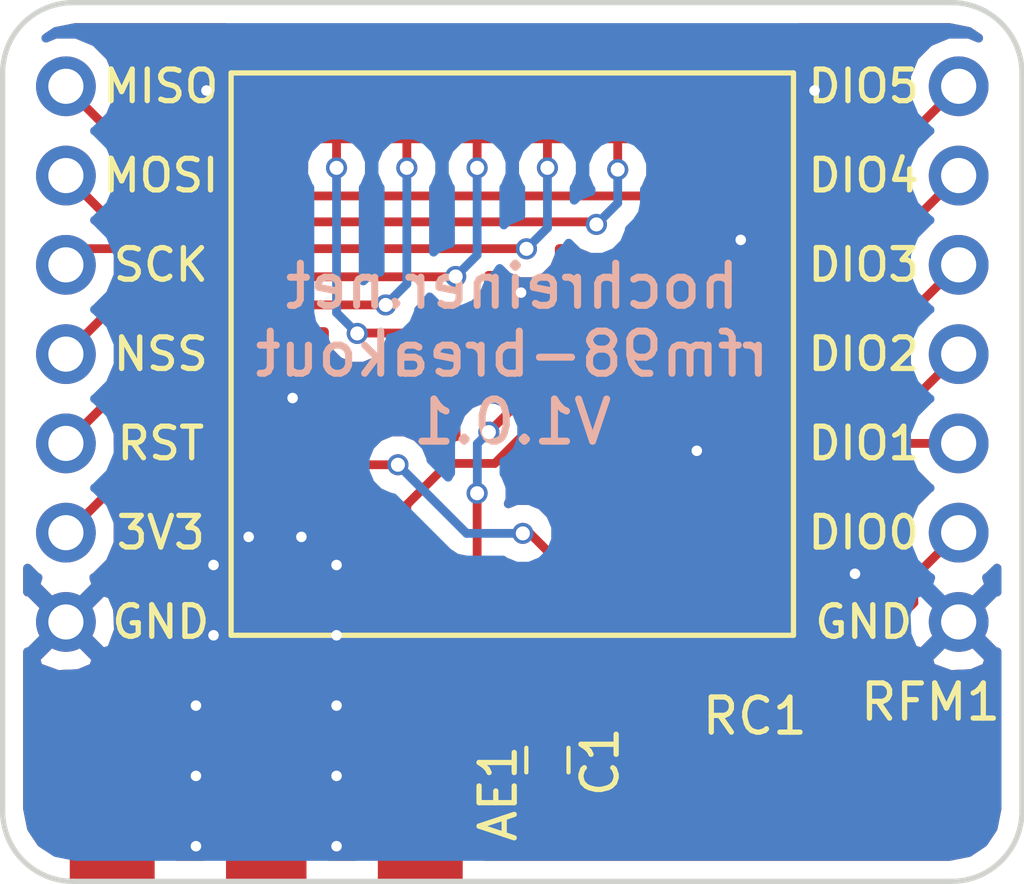
<source format=kicad_pcb>
(kicad_pcb (version 4) (host pcbnew 4.0.6)

  (general
    (links 35)
    (no_connects 0)
    (area 133.924999 94.924999 163.075001 120.075001)
    (thickness 1.6)
    (drawings 9)
    (tracks 90)
    (zones 0)
    (modules 23)
    (nets 15)
  )

  (page A4)
  (layers
    (0 F.Cu signal)
    (31 B.Cu signal)
    (32 B.Adhes user)
    (33 F.Adhes user)
    (34 B.Paste user)
    (35 F.Paste user)
    (36 B.SilkS user)
    (37 F.SilkS user)
    (38 B.Mask user)
    (39 F.Mask user)
    (40 Dwgs.User user hide)
    (41 Cmts.User user hide)
    (42 Eco1.User user hide)
    (43 Eco2.User user hide)
    (44 Edge.Cuts user)
    (45 Margin user)
    (46 B.CrtYd user)
    (47 F.CrtYd user)
    (48 B.Fab user hide)
    (49 F.Fab user hide)
  )

  (setup
    (last_trace_width 0.25)
    (trace_clearance 0.3)
    (zone_clearance 0.508)
    (zone_45_only no)
    (trace_min 0.1)
    (segment_width 0.2)
    (edge_width 0.15)
    (via_size 0.6)
    (via_drill 0.4)
    (via_min_size 0.45)
    (via_min_drill 0.2)
    (uvia_size 0.3)
    (uvia_drill 0.1)
    (uvias_allowed no)
    (uvia_min_size 0.2)
    (uvia_min_drill 0.1)
    (pcb_text_width 0.3)
    (pcb_text_size 1.5 1.5)
    (mod_edge_width 0.15)
    (mod_text_size 1 1)
    (mod_text_width 0.15)
    (pad_size 0.6 0.6)
    (pad_drill 0.3)
    (pad_to_mask_clearance 0.2)
    (aux_axis_origin 0 0)
    (visible_elements FFFFFF7F)
    (pcbplotparams
      (layerselection 0x00030_80000001)
      (usegerberextensions false)
      (excludeedgelayer true)
      (linewidth 0.100000)
      (plotframeref false)
      (viasonmask false)
      (mode 1)
      (useauxorigin false)
      (hpglpennumber 1)
      (hpglpenspeed 20)
      (hpglpendiameter 15)
      (hpglpenoverlay 2)
      (psnegative false)
      (psa4output false)
      (plotreference true)
      (plotvalue true)
      (plotinvisibletext false)
      (padsonsilk false)
      (subtractmaskfromsilk false)
      (outputformat 1)
      (mirror false)
      (drillshape 1)
      (scaleselection 1)
      (outputdirectory ""))
  )

  (net 0 "")
  (net 1 GND)
  (net 2 "Net-(AE1-Pad1)")
  (net 3 "Net-(C1-Pad1)")
  (net 4 "Net-(RC1-Pad1)")
  (net 5 "Net-(RC1-Pad2)")
  (net 6 "Net-(RC1-Pad3)")
  (net 7 "Net-(RC1-Pad4)")
  (net 8 "Net-(RC1-Pad5)")
  (net 9 "Net-(RC1-Pad8)")
  (net 10 "Net-(RC1-Pad9)")
  (net 11 "Net-(RC1-Pad10)")
  (net 12 "Net-(RC1-Pad11)")
  (net 13 "Net-(RC1-Pad12)")
  (net 14 "Net-(RC1-Pad13)")

  (net_class Default "This is the default net class."
    (clearance 0.3)
    (trace_width 0.25)
    (via_dia 0.6)
    (via_drill 0.4)
    (uvia_dia 0.3)
    (uvia_drill 0.1)
    (add_net GND)
    (add_net "Net-(C1-Pad1)")
    (add_net "Net-(RC1-Pad1)")
    (add_net "Net-(RC1-Pad10)")
    (add_net "Net-(RC1-Pad11)")
    (add_net "Net-(RC1-Pad12)")
    (add_net "Net-(RC1-Pad13)")
    (add_net "Net-(RC1-Pad2)")
    (add_net "Net-(RC1-Pad3)")
    (add_net "Net-(RC1-Pad4)")
    (add_net "Net-(RC1-Pad5)")
    (add_net "Net-(RC1-Pad8)")
    (add_net "Net-(RC1-Pad9)")
  )

  (net_class ANT ""
    (clearance 0.3)
    (trace_width 2)
    (via_dia 0.6)
    (via_drill 0.4)
    (uvia_dia 0.3)
    (uvia_drill 0.1)
    (add_net "Net-(AE1-Pad1)")
  )

  (module utils:STITCHING_VIA (layer F.Cu) (tedit 59BEB6D3) (tstamp 59C0190C)
    (at 158.25 111.25)
    (fp_text reference REF** (at 0 2.54) (layer F.SilkS) hide
      (effects (font (size 1 1) (thickness 0.15)))
    )
    (fp_text value STITCHING_VIA (at 0 -2.54) (layer F.Fab) hide
      (effects (font (size 1 1) (thickness 0.15)))
    )
    (pad 1 thru_hole circle (at 0 0) (size 0.6 0.6) (drill 0.3) (layers *.Cu)
      (net 1 GND) (zone_connect 2))
  )

  (module utils:STITCHING_VIA (layer F.Cu) (tedit 59BEB6D3) (tstamp 59C018B7)
    (at 148.75 103.25)
    (fp_text reference REF** (at 0 2.54) (layer F.SilkS) hide
      (effects (font (size 1 1) (thickness 0.15)))
    )
    (fp_text value STITCHING_VIA (at 0 -2.54) (layer F.Fab) hide
      (effects (font (size 1 1) (thickness 0.15)))
    )
    (pad 1 thru_hole circle (at 0 0) (size 0.6 0.6) (drill 0.3) (layers *.Cu)
      (net 1 GND) (zone_connect 2))
  )

  (module utils:STITCHING_VIA (layer F.Cu) (tedit 59BEB6D3) (tstamp 59C018B3)
    (at 153.75 107.75)
    (fp_text reference REF** (at 0 2.54) (layer F.SilkS) hide
      (effects (font (size 1 1) (thickness 0.15)))
    )
    (fp_text value STITCHING_VIA (at 0 -2.54) (layer F.Fab) hide
      (effects (font (size 1 1) (thickness 0.15)))
    )
    (pad 1 thru_hole circle (at 0 0) (size 0.6 0.6) (drill 0.3) (layers *.Cu)
      (net 1 GND) (zone_connect 2))
  )

  (module utils:STITCHING_VIA (layer F.Cu) (tedit 59BEB6D3) (tstamp 59C018AF)
    (at 155 101.75)
    (fp_text reference REF** (at 0 2.54) (layer F.SilkS) hide
      (effects (font (size 1 1) (thickness 0.15)))
    )
    (fp_text value STITCHING_VIA (at 0 -2.54) (layer F.Fab) hide
      (effects (font (size 1 1) (thickness 0.15)))
    )
    (pad 1 thru_hole circle (at 0 0) (size 0.6 0.6) (drill 0.3) (layers *.Cu)
      (net 1 GND) (zone_connect 2))
  )

  (module utils:STITCHING_VIA (layer F.Cu) (tedit 59BEB6D3) (tstamp 59C018A7)
    (at 142.25 106.25)
    (fp_text reference REF** (at 0 2.54) (layer F.SilkS) hide
      (effects (font (size 1 1) (thickness 0.15)))
    )
    (fp_text value STITCHING_VIA (at 0 -2.54) (layer F.Fab) hide
      (effects (font (size 1 1) (thickness 0.15)))
    )
    (pad 1 thru_hole circle (at 0 0) (size 0.6 0.6) (drill 0.3) (layers *.Cu)
      (net 1 GND) (zone_connect 2))
  )

  (module utils:STITCHING_VIA (layer F.Cu) (tedit 59BEB6D3) (tstamp 59C0188A)
    (at 143.5 111)
    (fp_text reference REF** (at 0 2.54) (layer F.SilkS) hide
      (effects (font (size 1 1) (thickness 0.15)))
    )
    (fp_text value STITCHING_VIA (at 0 -2.54) (layer F.Fab) hide
      (effects (font (size 1 1) (thickness 0.15)))
    )
    (pad 1 thru_hole circle (at 0 0) (size 0.6 0.6) (drill 0.3) (layers *.Cu)
      (net 1 GND) (zone_connect 2))
  )

  (module utils:STITCHING_VIA (layer F.Cu) (tedit 59BEB6D3) (tstamp 59C01886)
    (at 143.5 113)
    (fp_text reference REF** (at 0 2.54) (layer F.SilkS) hide
      (effects (font (size 1 1) (thickness 0.15)))
    )
    (fp_text value STITCHING_VIA (at 0 -2.54) (layer F.Fab) hide
      (effects (font (size 1 1) (thickness 0.15)))
    )
    (pad 1 thru_hole circle (at 0 0) (size 0.6 0.6) (drill 0.3) (layers *.Cu)
      (net 1 GND) (zone_connect 2))
  )

  (module RFM98_CON (layer F.Cu) (tedit 59C016C5) (tstamp 59BAD69D)
    (at 148.5 105)
    (path /59BAD13F)
    (fp_text reference RC1 (at 6.9 10.3 180) (layer F.SilkS)
      (effects (font (size 1 1) (thickness 0.15)))
    )
    (fp_text value RFM_CONNECTOR (at 0 0) (layer F.Fab)
      (effects (font (size 1 1) (thickness 0.15)))
    )
    (fp_text user MISO (at -10 -7.62) (layer F.SilkS)
      (effects (font (size 0.9 0.9) (thickness 0.15)))
    )
    (fp_text user MOSI (at -10 -5.08) (layer F.SilkS)
      (effects (font (size 0.9 0.9) (thickness 0.15)))
    )
    (fp_text user SCK (at -10 -2.54) (layer F.SilkS)
      (effects (font (size 0.9 0.9) (thickness 0.15)))
    )
    (fp_text user NSS (at -10 0) (layer F.SilkS)
      (effects (font (size 0.9 0.9) (thickness 0.15)))
    )
    (fp_text user RST (at -10 2.54) (layer F.SilkS)
      (effects (font (size 0.9 0.9) (thickness 0.15)))
    )
    (fp_text user 3V3 (at -10 5.08) (layer F.SilkS)
      (effects (font (size 0.9 0.9) (thickness 0.15)))
    )
    (fp_text user GND (at -10 7.62) (layer F.SilkS)
      (effects (font (size 0.9 0.9) (thickness 0.15)))
    )
    (fp_text user GND (at 10 7.62) (layer F.SilkS)
      (effects (font (size 0.9 0.9) (thickness 0.15)))
    )
    (fp_text user DIO0 (at 10 5.08) (layer F.SilkS)
      (effects (font (size 0.9 0.9) (thickness 0.15)))
    )
    (fp_text user DIO1 (at 10 2.54) (layer F.SilkS)
      (effects (font (size 0.9 0.9) (thickness 0.15)))
    )
    (fp_text user DIO2 (at 10 0) (layer F.SilkS)
      (effects (font (size 0.9 0.9) (thickness 0.15)))
    )
    (fp_text user DIO3 (at 10 -2.54) (layer F.SilkS)
      (effects (font (size 0.9 0.9) (thickness 0.15)))
    )
    (fp_text user DIO4 (at 10 -5.08) (layer F.SilkS)
      (effects (font (size 0.9 0.9) (thickness 0.15)))
    )
    (fp_text user DIO5 (at 10 -7.62) (layer F.SilkS)
      (effects (font (size 0.9 0.9) (thickness 0.15)))
    )
    (pad 1 thru_hole circle (at -12.7 -7.62) (size 1.7 1.7) (drill 1) (layers *.Cu *.Mask)
      (net 4 "Net-(RC1-Pad1)"))
    (pad 2 thru_hole circle (at -12.7 -5.08) (size 1.7 1.7) (drill 1) (layers *.Cu *.Mask)
      (net 5 "Net-(RC1-Pad2)"))
    (pad 3 thru_hole circle (at -12.7 -2.54) (size 1.7 1.7) (drill 1) (layers *.Cu *.Mask)
      (net 6 "Net-(RC1-Pad3)"))
    (pad 4 thru_hole circle (at -12.7 0) (size 1.7 1.7) (drill 1) (layers *.Cu *.Mask)
      (net 7 "Net-(RC1-Pad4)"))
    (pad 5 thru_hole circle (at -12.7 2.54) (size 1.7 1.7) (drill 1) (layers *.Cu *.Mask)
      (net 8 "Net-(RC1-Pad5)"))
    (pad 6 thru_hole circle (at -12.7 5.08) (size 1.7 1.7) (drill 1) (layers *.Cu *.Mask)
      (net 3 "Net-(C1-Pad1)"))
    (pad 7 thru_hole circle (at -12.7 7.62) (size 1.7 1.7) (drill 1) (layers *.Cu *.Mask)
      (net 1 GND))
    (pad 7 thru_hole circle (at 12.7 7.62) (size 1.7 1.7) (drill 1) (layers *.Cu *.Mask)
      (net 1 GND))
    (pad 8 thru_hole circle (at 12.7 5.08) (size 1.7 1.7) (drill 1) (layers *.Cu *.Mask)
      (net 9 "Net-(RC1-Pad8)"))
    (pad 9 thru_hole circle (at 12.7 2.54) (size 1.7 1.7) (drill 1) (layers *.Cu *.Mask)
      (net 10 "Net-(RC1-Pad9)"))
    (pad 10 thru_hole circle (at 12.7 0) (size 1.7 1.7) (drill 1) (layers *.Cu *.Mask)
      (net 11 "Net-(RC1-Pad10)"))
    (pad 11 thru_hole circle (at 12.7 -2.54) (size 1.7 1.7) (drill 1) (layers *.Cu *.Mask)
      (net 12 "Net-(RC1-Pad11)"))
    (pad 12 thru_hole circle (at 12.7 -5.08) (size 1.7 1.7) (drill 1) (layers *.Cu *.Mask)
      (net 13 "Net-(RC1-Pad12)"))
    (pad 13 thru_hole circle (at 12.7 -7.62) (size 1.7 1.7) (drill 1) (layers *.Cu *.Mask)
      (net 14 "Net-(RC1-Pad13)"))
  )

  (module utils:STITCHING_VIA (layer F.Cu) (tedit 59BEB6D3) (tstamp 59C0156A)
    (at 142.5 110.2)
    (fp_text reference REF** (at 0 2.54) (layer F.SilkS) hide
      (effects (font (size 1 1) (thickness 0.15)))
    )
    (fp_text value STITCHING_VIA (at 0 -2.54) (layer F.Fab) hide
      (effects (font (size 1 1) (thickness 0.15)))
    )
    (pad 1 thru_hole circle (at 0 0) (size 0.6 0.6) (drill 0.3) (layers *.Cu)
      (net 1 GND) (zone_connect 2))
  )

  (module utils:STITCHING_VIA (layer F.Cu) (tedit 59BEB6D3) (tstamp 59C01562)
    (at 141 110.2)
    (fp_text reference REF** (at 0 2.54) (layer F.SilkS) hide
      (effects (font (size 1 1) (thickness 0.15)))
    )
    (fp_text value STITCHING_VIA (at 0 -2.54) (layer F.Fab) hide
      (effects (font (size 1 1) (thickness 0.15)))
    )
    (pad 1 thru_hole circle (at 0 0) (size 0.6 0.6) (drill 0.3) (layers *.Cu)
      (net 1 GND) (zone_connect 2))
  )

  (module utils:STITCHING_VIA (layer F.Cu) (tedit 59BEB6D3) (tstamp 59C01259)
    (at 140 111)
    (fp_text reference REF** (at 0 2.54) (layer F.SilkS) hide
      (effects (font (size 1 1) (thickness 0.15)))
    )
    (fp_text value STITCHING_VIA (at 0 -2.54) (layer F.Fab) hide
      (effects (font (size 1 1) (thickness 0.15)))
    )
    (pad 1 thru_hole circle (at 0 0) (size 0.6 0.6) (drill 0.3) (layers *.Cu)
      (net 1 GND) (zone_connect 2))
  )

  (module utils:STITCHING_VIA (layer F.Cu) (tedit 59BEB6D3) (tstamp 59C01251)
    (at 140 113)
    (fp_text reference REF** (at 0 2.54) (layer F.SilkS) hide
      (effects (font (size 1 1) (thickness 0.15)))
    )
    (fp_text value STITCHING_VIA (at 0 -2.54) (layer F.Fab) hide
      (effects (font (size 1 1) (thickness 0.15)))
    )
    (pad 1 thru_hole circle (at 0 0) (size 0.6 0.6) (drill 0.3) (layers *.Cu)
      (net 1 GND) (zone_connect 2))
  )

  (module utils:STITCHING_VIA (layer F.Cu) (tedit 59BEB6D3) (tstamp 59C01249)
    (at 139.5 115)
    (fp_text reference REF** (at 0 2.54) (layer F.SilkS) hide
      (effects (font (size 1 1) (thickness 0.15)))
    )
    (fp_text value STITCHING_VIA (at 0 -2.54) (layer F.Fab) hide
      (effects (font (size 1 1) (thickness 0.15)))
    )
    (pad 1 thru_hole circle (at 0 0) (size 0.6 0.6) (drill 0.3) (layers *.Cu)
      (net 1 GND) (zone_connect 2))
  )

  (module utils:STITCHING_VIA (layer F.Cu) (tedit 59BEB6D3) (tstamp 59C01241)
    (at 139.5 117)
    (fp_text reference REF** (at 0 2.54) (layer F.SilkS) hide
      (effects (font (size 1 1) (thickness 0.15)))
    )
    (fp_text value STITCHING_VIA (at 0 -2.54) (layer F.Fab) hide
      (effects (font (size 1 1) (thickness 0.15)))
    )
    (pad 1 thru_hole circle (at 0 0) (size 0.6 0.6) (drill 0.3) (layers *.Cu)
      (net 1 GND) (zone_connect 2))
  )

  (module utils:STITCHING_VIA (layer F.Cu) (tedit 59BEB6D3) (tstamp 59C01236)
    (at 143.5 115)
    (fp_text reference REF** (at 0 2.54) (layer F.SilkS) hide
      (effects (font (size 1 1) (thickness 0.15)))
    )
    (fp_text value STITCHING_VIA (at 0 -2.54) (layer F.Fab) hide
      (effects (font (size 1 1) (thickness 0.15)))
    )
    (pad 1 thru_hole circle (at 0 0) (size 0.6 0.6) (drill 0.3) (layers *.Cu)
      (net 1 GND) (zone_connect 2))
  )

  (module utils:STITCHING_VIA (layer F.Cu) (tedit 59BEB6D3) (tstamp 59C0122E)
    (at 143.5 117)
    (fp_text reference REF** (at 0 2.54) (layer F.SilkS) hide
      (effects (font (size 1 1) (thickness 0.15)))
    )
    (fp_text value STITCHING_VIA (at 0 -2.54) (layer F.Fab) hide
      (effects (font (size 1 1) (thickness 0.15)))
    )
    (pad 1 thru_hole circle (at 0 0) (size 0.6 0.6) (drill 0.3) (layers *.Cu)
      (net 1 GND) (zone_connect 2))
  )

  (module utils:STITCHING_VIA (layer F.Cu) (tedit 59BEB6D3) (tstamp 59C01225)
    (at 143.5 119)
    (fp_text reference REF** (at 0 2.54) (layer F.SilkS) hide
      (effects (font (size 1 1) (thickness 0.15)))
    )
    (fp_text value STITCHING_VIA (at 0 -2.54) (layer F.Fab) hide
      (effects (font (size 1 1) (thickness 0.15)))
    )
    (pad 1 thru_hole circle (at 0 0) (size 0.6 0.6) (drill 0.3) (layers *.Cu)
      (net 1 GND) (zone_connect 2))
  )

  (module utils:STITCHING_VIA (layer F.Cu) (tedit 59BEB6D3) (tstamp 59C01215)
    (at 139.5 119)
    (fp_text reference REF** (at 0 2.54) (layer F.SilkS) hide
      (effects (font (size 1 1) (thickness 0.15)))
    )
    (fp_text value STITCHING_VIA (at 0 -2.54) (layer F.Fab) hide
      (effects (font (size 1 1) (thickness 0.15)))
    )
    (pad 1 thru_hole circle (at 0 0) (size 0.6 0.6) (drill 0.3) (layers *.Cu)
      (net 1 GND) (zone_connect 2))
  )

  (module utils:STITCHING_VIA (layer F.Cu) (tedit 59BEB6D3) (tstamp 59BEB6E2)
    (at 139.8 97.5)
    (fp_text reference REF** (at 0 2.54) (layer F.SilkS) hide
      (effects (font (size 1 1) (thickness 0.15)))
    )
    (fp_text value STITCHING_VIA (at 0 -2.54) (layer F.Fab) hide
      (effects (font (size 1 1) (thickness 0.15)))
    )
    (pad 1 thru_hole circle (at 0 0) (size 0.6 0.6) (drill 0.3) (layers *.Cu)
      (net 1 GND) (zone_connect 2))
  )

  (module RFM98 (layer F.Cu) (tedit 59BEB5C5) (tstamp 59BAD6B5)
    (at 148.5 105 270)
    (path /59ABE80E)
    (fp_text reference RFM1 (at 9.9 -11.9 360) (layer F.SilkS)
      (effects (font (size 1 1) (thickness 0.15)))
    )
    (fp_text value RFM98 (at 0 0 270) (layer F.Fab)
      (effects (font (size 1 1) (thickness 0.15)))
    )
    (fp_line (start -8 -8) (end 8 -8) (layer F.SilkS) (width 0.15))
    (fp_line (start 8 -8) (end 8 8) (layer F.SilkS) (width 0.15))
    (fp_line (start -8 -8) (end -8 8) (layer F.SilkS) (width 0.15))
    (fp_line (start 8 8) (end -8 8) (layer F.SilkS) (width 0.15))
    (pad 1 smd rect (at -7.5 -7 270) (size 3 1.2) (layers F.Cu F.Paste F.Mask)
      (net 1 GND))
    (pad 2 smd rect (at -7.5 -5 270) (size 3 1.2) (layers F.Cu F.Paste F.Mask)
      (net 4 "Net-(RC1-Pad1)"))
    (pad 3 smd rect (at -7.5 -3 270) (size 3 1.2) (layers F.Cu F.Paste F.Mask)
      (net 5 "Net-(RC1-Pad2)"))
    (pad 4 smd rect (at -7.5 -1 270) (size 3 1.2) (layers F.Cu F.Paste F.Mask)
      (net 6 "Net-(RC1-Pad3)"))
    (pad 5 smd rect (at -7.5 1 270) (size 3 1.2) (layers F.Cu F.Paste F.Mask)
      (net 7 "Net-(RC1-Pad4)"))
    (pad 6 smd rect (at -7.5 3 270) (size 3 1.2) (layers F.Cu F.Paste F.Mask)
      (net 8 "Net-(RC1-Pad5)"))
    (pad 7 smd rect (at -7.5 5 270) (size 3 1.2) (layers F.Cu F.Paste F.Mask)
      (net 14 "Net-(RC1-Pad13)"))
    (pad 8 smd rect (at -7.5 7 270) (size 3 1.2) (layers F.Cu F.Paste F.Mask)
      (net 1 GND))
    (pad 9 smd rect (at 9 7 270) (size 3 1.2) (drill (offset -1.5 0)) (layers F.Cu F.Paste F.Mask)
      (net 2 "Net-(AE1-Pad1)"))
    (pad 10 smd rect (at 7.5 5 270) (size 3 1.2) (layers F.Cu F.Paste F.Mask)
      (net 1 GND))
    (pad 11 smd rect (at 7.5 3 270) (size 3 1.2) (layers F.Cu F.Paste F.Mask)
      (net 12 "Net-(RC1-Pad11)"))
    (pad 12 smd rect (at 7.5 1 270) (size 3 1.2) (layers F.Cu F.Paste F.Mask)
      (net 13 "Net-(RC1-Pad12)"))
    (pad 13 smd rect (at 7.5 -1 270) (size 3 1.2) (layers F.Cu F.Paste F.Mask)
      (net 3 "Net-(C1-Pad1)"))
    (pad 14 smd rect (at 7.5 -3 270) (size 3 1.2) (layers F.Cu F.Paste F.Mask)
      (net 9 "Net-(RC1-Pad8)"))
    (pad 15 smd rect (at 7.5 -5 270) (size 3 1.2) (layers F.Cu F.Paste F.Mask)
      (net 10 "Net-(RC1-Pad9)"))
    (pad 16 smd rect (at 7.5 -7 270) (size 3 1.2) (layers F.Cu F.Paste F.Mask)
      (net 11 "Net-(RC1-Pad10)"))
  )

  (module rfm98-breakout:MOLEX-0732511150 (layer F.Cu) (tedit 59B19D72) (tstamp 59BAD67A)
    (at 141.5 117.5 90)
    (path /59ABECB8)
    (fp_text reference AE1 (at 0 6.6 90) (layer F.SilkS)
      (effects (font (size 1 1) (thickness 0.15)))
    )
    (fp_text value Antenna_Shield (at 11 0 90) (layer F.Fab)
      (effects (font (size 1 1) (thickness 0.15)))
    )
    (pad 2 smd rect (at 0 -4.3825 90) (size 5.08 2.415) (layers F.Cu F.Paste F.Mask)
      (net 1 GND))
    (pad 2 smd rect (at 0 4.3825 90) (size 5.08 2.415) (layers F.Cu F.Paste F.Mask)
      (net 1 GND))
    (pad 1 smd rect (at 0 0 90) (size 5.08 2.29) (layers F.Cu F.Paste F.Mask)
      (net 2 "Net-(AE1-Pad1)"))
  )

  (module Capacitors_SMD:C_0603_HandSoldering (layer F.Cu) (tedit 58AA848B) (tstamp 59BAD68B)
    (at 149.5 116.55 270)
    (descr "Capacitor SMD 0603, hand soldering")
    (tags "capacitor 0603")
    (path /59ABEB9C)
    (attr smd)
    (fp_text reference C1 (at 0.05 -1.5 270) (layer F.SilkS)
      (effects (font (size 1 1) (thickness 0.15)))
    )
    (fp_text value 0.1µF (at 0 1.5 270) (layer F.Fab)
      (effects (font (size 1 1) (thickness 0.15)))
    )
    (fp_text user %R (at 0 -1.25 270) (layer F.Fab)
      (effects (font (size 1 1) (thickness 0.15)))
    )
    (fp_line (start -0.8 0.4) (end -0.8 -0.4) (layer F.Fab) (width 0.1))
    (fp_line (start 0.8 0.4) (end -0.8 0.4) (layer F.Fab) (width 0.1))
    (fp_line (start 0.8 -0.4) (end 0.8 0.4) (layer F.Fab) (width 0.1))
    (fp_line (start -0.8 -0.4) (end 0.8 -0.4) (layer F.Fab) (width 0.1))
    (fp_line (start -0.35 -0.6) (end 0.35 -0.6) (layer F.SilkS) (width 0.12))
    (fp_line (start 0.35 0.6) (end -0.35 0.6) (layer F.SilkS) (width 0.12))
    (fp_line (start -1.8 -0.65) (end 1.8 -0.65) (layer F.CrtYd) (width 0.05))
    (fp_line (start -1.8 -0.65) (end -1.8 0.65) (layer F.CrtYd) (width 0.05))
    (fp_line (start 1.8 0.65) (end 1.8 -0.65) (layer F.CrtYd) (width 0.05))
    (fp_line (start 1.8 0.65) (end -1.8 0.65) (layer F.CrtYd) (width 0.05))
    (pad 1 smd rect (at -0.95 0 270) (size 1.2 0.75) (layers F.Cu F.Paste F.Mask)
      (net 3 "Net-(C1-Pad1)"))
    (pad 2 smd rect (at 0.95 0 270) (size 1.2 0.75) (layers F.Cu F.Paste F.Mask)
      (net 1 GND))
    (model Capacitors_SMD.3dshapes/C_0603.wrl
      (at (xyz 0 0 0))
      (scale (xyz 1 1 1))
      (rotate (xyz 0 0 0))
    )
  )

  (module utils:STITCHING_VIA (layer F.Cu) (tedit 59BEB6D3) (tstamp 59BEB6BF)
    (at 157.1 97.5)
    (fp_text reference REF** (at 0 2.54) (layer F.SilkS) hide
      (effects (font (size 1 1) (thickness 0.15)))
    )
    (fp_text value STITCHING_VIA (at 0 -2.54) (layer F.Fab) hide
      (effects (font (size 1 1) (thickness 0.15)))
    )
    (pad 1 thru_hole circle (at 0 0) (size 0.6 0.6) (drill 0.3) (layers *.Cu)
      (net 1 GND) (zone_connect 2))
  )

  (gr_arc (start 136 118) (end 136 120) (angle 90) (layer Edge.Cuts) (width 0.15))
  (gr_arc (start 161 118) (end 163 118) (angle 90) (layer Edge.Cuts) (width 0.15))
  (gr_text "hochreiner.net\nrfm98-breakout\nV1.0.1" (at 148.5 105) (layer B.SilkS)
    (effects (font (size 1.2 1.2) (thickness 0.2)) (justify mirror))
  )
  (gr_arc (start 136 97) (end 134 97) (angle 90) (layer Edge.Cuts) (width 0.15))
  (gr_arc (start 161 97) (end 161 95) (angle 90) (layer Edge.Cuts) (width 0.15))
  (gr_line (start 134 118) (end 134 97) (layer Edge.Cuts) (width 0.15))
  (gr_line (start 161 95) (end 136 95) (layer Edge.Cuts) (width 0.15))
  (gr_line (start 163 118) (end 163 97) (layer Edge.Cuts) (width 0.15))
  (gr_line (start 136 120) (end 161 120) (layer Edge.Cuts) (width 0.15))

  (segment (start 141.5 117.25) (end 141.5 114) (width 2) (layer F.Cu) (net 2))
  (segment (start 145.246638 108.147466) (end 137.791762 108.147466) (width 0.25) (layer F.Cu) (net 3))
  (segment (start 137.791762 108.147466) (end 135.859228 110.08) (width 0.25) (layer F.Cu) (net 3))
  (segment (start 135.859228 110.08) (end 135.8 110.08) (width 0.25) (layer F.Cu) (net 3))
  (via (at 145.246638 108.147466) (size 0.6) (drill 0.4) (layers F.Cu B.Cu) (net 3))
  (segment (start 145.246638 108.147466) (end 147.199172 110.1) (width 0.25) (layer B.Cu) (net 3))
  (segment (start 147.199172 110.1) (end 148.8 110.1) (width 0.25) (layer B.Cu) (net 3))
  (segment (start 149.5 112.5) (end 149.5 115.6) (width 0.25) (layer F.Cu) (net 3))
  (segment (start 149 110.1) (end 149.5 110.6) (width 0.25) (layer F.Cu) (net 3))
  (segment (start 149.5 110.6) (end 149.5 112.5) (width 0.25) (layer F.Cu) (net 3))
  (segment (start 148.8 110.1) (end 149 110.1) (width 0.25) (layer F.Cu) (net 3))
  (via (at 148.8 110.1) (size 0.6) (drill 0.4) (layers F.Cu B.Cu) (net 3))
  (segment (start 135.8 97.38) (end 135.8 97.4) (width 0.25) (layer F.Cu) (net 4))
  (segment (start 135.8 97.4) (end 138.9 100.5) (width 0.25) (layer F.Cu) (net 4))
  (segment (start 138.9 100.5) (end 152.7 100.5) (width 0.25) (layer F.Cu) (net 4))
  (segment (start 152.7 100.5) (end 153.5 99.7) (width 0.25) (layer F.Cu) (net 4))
  (segment (start 153.5 99.7) (end 153.5 97.5) (width 0.25) (layer F.Cu) (net 4))
  (via (at 150.893992 101.310021) (size 0.6) (drill 0.4) (layers F.Cu B.Cu) (net 5))
  (segment (start 150.893992 101.310021) (end 150.821316 101.237345) (width 0.25) (layer F.Cu) (net 5))
  (segment (start 150.821316 101.237345) (end 137.117345 101.237345) (width 0.25) (layer F.Cu) (net 5))
  (segment (start 137.117345 101.237345) (end 135.8 99.92) (width 0.25) (layer F.Cu) (net 5))
  (segment (start 150.893992 101.310021) (end 151.5 100.704013) (width 0.25) (layer B.Cu) (net 5))
  (segment (start 151.5 100.704013) (end 151.5 99.75) (width 0.25) (layer B.Cu) (net 5))
  (segment (start 151.5 97.5) (end 151.5 99.75) (width 0.25) (layer F.Cu) (net 5))
  (via (at 151.5 99.75) (size 0.6) (drill 0.4) (layers F.Cu B.Cu) (net 5))
  (via (at 148.903487 102.004384) (size 0.6) (drill 0.4) (layers F.Cu B.Cu) (net 6))
  (segment (start 148.903487 102.004384) (end 148.899103 102) (width 0.25) (layer F.Cu) (net 6))
  (segment (start 148.899103 102) (end 136.26 102) (width 0.25) (layer F.Cu) (net 6))
  (segment (start 136.26 102) (end 135.8 102.46) (width 0.25) (layer F.Cu) (net 6))
  (segment (start 149.5 101.407871) (end 148.903487 102.004384) (width 0.25) (layer B.Cu) (net 6))
  (segment (start 149.5 99.7) (end 149.5 101.407871) (width 0.25) (layer B.Cu) (net 6))
  (segment (start 149.5 97.5) (end 149.5 99.7) (width 0.25) (layer F.Cu) (net 6))
  (via (at 149.5 99.7) (size 0.6) (drill 0.4) (layers F.Cu B.Cu) (net 6))
  (via (at 146.889836 102.791328) (size 0.6) (drill 0.4) (layers F.Cu B.Cu) (net 7))
  (segment (start 146.889836 102.791328) (end 146.881164 102.8) (width 0.25) (layer F.Cu) (net 7))
  (segment (start 146.881164 102.8) (end 138 102.8) (width 0.25) (layer F.Cu) (net 7))
  (segment (start 138 102.8) (end 135.8 105) (width 0.25) (layer F.Cu) (net 7))
  (segment (start 147.5 99.7) (end 147.5 102.181164) (width 0.25) (layer B.Cu) (net 7))
  (segment (start 147.5 102.181164) (end 146.889836 102.791328) (width 0.25) (layer B.Cu) (net 7))
  (segment (start 147.5 97.5) (end 147.5 99.7) (width 0.25) (layer F.Cu) (net 7))
  (via (at 147.5 99.7) (size 0.6) (drill 0.4) (layers F.Cu B.Cu) (net 7))
  (via (at 144.899331 103.601417) (size 0.6) (drill 0.4) (layers F.Cu B.Cu) (net 8))
  (segment (start 144.899331 103.601417) (end 144.897914 103.6) (width 0.25) (layer F.Cu) (net 8))
  (segment (start 144.897914 103.6) (end 139.74 103.6) (width 0.25) (layer F.Cu) (net 8))
  (segment (start 139.74 103.6) (end 135.8 107.54) (width 0.25) (layer F.Cu) (net 8))
  (segment (start 145.5 99.7) (end 145.5 103.000748) (width 0.25) (layer B.Cu) (net 8))
  (segment (start 145.5 103.000748) (end 144.899331 103.601417) (width 0.25) (layer B.Cu) (net 8))
  (segment (start 145.5 97.5) (end 145.5 99.7) (width 0.25) (layer F.Cu) (net 8))
  (via (at 145.5 99.7) (size 0.6) (drill 0.4) (layers F.Cu B.Cu) (net 8))
  (segment (start 159.924999 112.075001) (end 157.024988 114.975012) (width 0.25) (layer F.Cu) (net 9))
  (segment (start 157.024988 114.975012) (end 153.075012 114.975012) (width 0.25) (layer F.Cu) (net 9))
  (segment (start 153.075012 114.975012) (end 151.5 113.4) (width 0.25) (layer F.Cu) (net 9))
  (segment (start 151.5 113.4) (end 151.5 112.5) (width 0.25) (layer F.Cu) (net 9))
  (segment (start 161.2 110.08) (end 159.924999 111.355001) (width 0.25) (layer F.Cu) (net 9))
  (segment (start 159.924999 111.355001) (end 159.924999 112.075001) (width 0.25) (layer F.Cu) (net 9))
  (segment (start 161.2 107.54) (end 159.627297 107.54) (width 0.25) (layer F.Cu) (net 10))
  (segment (start 159.627297 107.54) (end 156.525001 110.642296) (width 0.25) (layer F.Cu) (net 10))
  (segment (start 156.525001 110.642296) (end 156.525001 114.340001) (width 0.25) (layer F.Cu) (net 10))
  (segment (start 156.525001 114.340001) (end 156.440001 114.425001) (width 0.25) (layer F.Cu) (net 10))
  (segment (start 156.440001 114.425001) (end 154.525001 114.425001) (width 0.25) (layer F.Cu) (net 10))
  (segment (start 154.525001 114.425001) (end 153.5 113.4) (width 0.25) (layer F.Cu) (net 10))
  (segment (start 153.5 113.4) (end 153.5 112.5) (width 0.25) (layer F.Cu) (net 10))
  (segment (start 161.2 105) (end 155.5 110.7) (width 0.25) (layer F.Cu) (net 11))
  (segment (start 155.5 110.7) (end 155.5 112.5) (width 0.25) (layer F.Cu) (net 11))
  (segment (start 161.2 102.46) (end 159.309978 104.350022) (width 0.25) (layer F.Cu) (net 12))
  (segment (start 146.674471 108.110685) (end 145.5 109.285156) (width 0.25) (layer F.Cu) (net 12))
  (segment (start 159.309978 104.350022) (end 151.761218 104.350022) (width 0.25) (layer F.Cu) (net 12))
  (segment (start 151.761218 104.350022) (end 148.000555 108.110685) (width 0.25) (layer F.Cu) (net 12))
  (segment (start 148.000555 108.110685) (end 146.674471 108.110685) (width 0.25) (layer F.Cu) (net 12))
  (segment (start 145.5 109.285156) (end 145.5 112.5) (width 0.25) (layer F.Cu) (net 12))
  (via (at 147.833792 107.2189) (size 0.6) (drill 0.4) (layers F.Cu B.Cu) (net 13))
  (via (at 147.499372 108.957881) (size 0.6) (drill 0.4) (layers F.Cu B.Cu) (net 13))
  (segment (start 151.252681 103.800011) (end 157.319989 103.800011) (width 0.25) (layer F.Cu) (net 13))
  (segment (start 157.319989 103.800011) (end 161.2 99.92) (width 0.25) (layer F.Cu) (net 13))
  (segment (start 147.833792 107.2189) (end 151.252681 103.800011) (width 0.25) (layer F.Cu) (net 13))
  (segment (start 147.833792 107.2189) (end 147.504723 107.547969) (width 0.25) (layer B.Cu) (net 13))
  (segment (start 147.504723 107.547969) (end 147.504723 108.95253) (width 0.25) (layer B.Cu) (net 13))
  (segment (start 147.504723 108.95253) (end 147.499372 108.957881) (width 0.25) (layer B.Cu) (net 13))
  (segment (start 147.499372 108.957881) (end 147.5 108.958509) (width 0.25) (layer F.Cu) (net 13))
  (segment (start 147.5 108.958509) (end 147.5 112.5) (width 0.25) (layer F.Cu) (net 13))
  (via (at 144.089241 104.411506) (size 0.6) (drill 0.4) (layers F.Cu B.Cu) (net 14))
  (segment (start 143.5 103.822265) (end 144.089241 104.411506) (width 0.25) (layer B.Cu) (net 14))
  (segment (start 144.089241 104.411506) (end 144.100747 104.4) (width 0.25) (layer F.Cu) (net 14))
  (segment (start 154.2 99.8) (end 158.78 99.8) (width 0.25) (layer F.Cu) (net 14))
  (segment (start 144.100747 104.4) (end 149.6 104.4) (width 0.25) (layer F.Cu) (net 14))
  (segment (start 149.6 104.4) (end 154.2 99.8) (width 0.25) (layer F.Cu) (net 14))
  (segment (start 158.78 99.8) (end 161.2 97.38) (width 0.25) (layer F.Cu) (net 14))
  (segment (start 143.5 99.7) (end 143.5 103.822265) (width 0.25) (layer B.Cu) (net 14))
  (segment (start 143.5 97.5) (end 143.5 99.7) (width 0.25) (layer F.Cu) (net 14))
  (via (at 143.5 99.7) (size 0.6) (drill 0.4) (layers F.Cu B.Cu) (net 14))

  (zone (net 1) (net_name GND) (layer F.Cu) (tstamp 0) (hatch edge 0.508)
    (connect_pads (clearance 0.508))
    (min_thickness 0.254)
    (fill yes (arc_segments 16) (thermal_gap 0.508) (thermal_bridge_width 0.508))
    (polygon
      (pts
        (xy 134 120) (xy 163 120) (xy 163 95) (xy 134 95)
      )
    )
    (filled_polygon
      (pts
        (xy 144.716311 108.939658) (xy 144.808732 108.978035) (xy 144.797852 108.994317) (xy 144.74 109.285156) (xy 144.74 110.382666)
        (xy 144.664683 110.396838) (xy 144.500508 110.502482) (xy 144.459699 110.461673) (xy 144.22631 110.365) (xy 143.78575 110.365)
        (xy 143.627 110.52375) (xy 143.627 112.373) (xy 143.647 112.373) (xy 143.647 112.627) (xy 143.627 112.627)
        (xy 143.627 114.47625) (xy 143.78575 114.635) (xy 144.122301 114.635) (xy 144.04 114.833691) (xy 144.04 117.21425)
        (xy 144.19875 117.373) (xy 145.7555 117.373) (xy 145.7555 117.353) (xy 146.0095 117.353) (xy 146.0095 117.373)
        (xy 147.56625 117.373) (xy 147.725 117.21425) (xy 147.725 114.833691) (xy 147.647852 114.64744) (xy 148.1 114.64744)
        (xy 148.335317 114.603162) (xy 148.501477 114.496241) (xy 148.637268 114.589023) (xy 148.528569 114.74811) (xy 148.47756 115)
        (xy 148.47756 116.2) (xy 148.521838 116.435317) (xy 148.588329 116.538646) (xy 148.586673 116.540302) (xy 148.49 116.773691)
        (xy 148.49 117.21425) (xy 148.64875 117.373) (xy 149.373 117.373) (xy 149.373 117.353) (xy 149.627 117.353)
        (xy 149.627 117.373) (xy 150.35125 117.373) (xy 150.51 117.21425) (xy 150.51 116.773691) (xy 150.413327 116.540302)
        (xy 150.411957 116.538932) (xy 150.471431 116.45189) (xy 150.52244 116.2) (xy 150.52244 115) (xy 150.478162 114.764683)
        (xy 150.362833 114.585456) (xy 150.501477 114.496241) (xy 150.64811 114.596431) (xy 150.9 114.64744) (xy 151.672638 114.64744)
        (xy 152.537611 115.512413) (xy 152.784172 115.67716) (xy 153.075012 115.735012) (xy 157.024988 115.735012) (xy 157.315827 115.67716)
        (xy 157.562389 115.512413) (xy 159.410844 113.663958) (xy 160.335647 113.663958) (xy 160.41592 113.915259) (xy 160.971279 114.116718)
        (xy 161.561458 114.090315) (xy 161.98408 113.915259) (xy 162.064353 113.663958) (xy 161.2 112.799605) (xy 160.335647 113.663958)
        (xy 159.410844 113.663958) (xy 159.836198 113.238604) (xy 159.904741 113.40408) (xy 160.156042 113.484353) (xy 161.020395 112.62)
        (xy 161.006253 112.605858) (xy 161.185858 112.426253) (xy 161.2 112.440395) (xy 162.064353 111.576042) (xy 161.994819 111.35836)
        (xy 162.040086 111.339656) (xy 162.29 111.090178) (xy 162.29 111.770354) (xy 162.243958 111.755647) (xy 161.379605 112.62)
        (xy 162.243958 113.484353) (xy 162.29 113.469646) (xy 162.29 117.930069) (xy 162.178953 118.48834) (xy 161.902333 118.902331)
        (xy 161.488338 119.178954) (xy 160.930069 119.29) (xy 147.725 119.29) (xy 147.725 117.78575) (xy 148.49 117.78575)
        (xy 148.49 118.226309) (xy 148.586673 118.459698) (xy 148.765301 118.638327) (xy 148.99869 118.735) (xy 149.21425 118.735)
        (xy 149.373 118.57625) (xy 149.373 117.627) (xy 149.627 117.627) (xy 149.627 118.57625) (xy 149.78575 118.735)
        (xy 150.00131 118.735) (xy 150.234699 118.638327) (xy 150.413327 118.459698) (xy 150.51 118.226309) (xy 150.51 117.78575)
        (xy 150.35125 117.627) (xy 149.627 117.627) (xy 149.373 117.627) (xy 148.64875 117.627) (xy 148.49 117.78575)
        (xy 147.725 117.78575) (xy 147.56625 117.627) (xy 146.0095 117.627) (xy 146.0095 117.647) (xy 145.7555 117.647)
        (xy 145.7555 117.627) (xy 144.19875 117.627) (xy 144.04 117.78575) (xy 144.04 119.29) (xy 143.29244 119.29)
        (xy 143.29244 114.96) (xy 143.248162 114.724683) (xy 143.190453 114.635) (xy 143.21425 114.635) (xy 143.373 114.47625)
        (xy 143.373 112.627) (xy 143.353 112.627) (xy 143.353 112.373) (xy 143.373 112.373) (xy 143.373 110.52375)
        (xy 143.21425 110.365) (xy 142.77369 110.365) (xy 142.540301 110.461673) (xy 142.49834 110.503634) (xy 142.35189 110.403569)
        (xy 142.1 110.35256) (xy 140.9 110.35256) (xy 140.664683 110.396838) (xy 140.448559 110.53591) (xy 140.303569 110.74811)
        (xy 140.25256 111) (xy 140.25256 112.98055) (xy 139.989457 113.374313) (xy 139.865 114) (xy 139.865 114.552343)
        (xy 139.758569 114.70811) (xy 139.70756 114.96) (xy 139.70756 119.29) (xy 138.96 119.29) (xy 138.96 117.78575)
        (xy 138.80125 117.627) (xy 137.2445 117.627) (xy 137.2445 117.647) (xy 136.9905 117.647) (xy 136.9905 117.627)
        (xy 135.43375 117.627) (xy 135.275 117.78575) (xy 135.275 119.020822) (xy 135.097669 118.902333) (xy 134.821046 118.488338)
        (xy 134.71 117.930069) (xy 134.71 114.833691) (xy 135.275 114.833691) (xy 135.275 117.21425) (xy 135.43375 117.373)
        (xy 136.9905 117.373) (xy 136.9905 114.48375) (xy 137.2445 114.48375) (xy 137.2445 117.373) (xy 138.80125 117.373)
        (xy 138.96 117.21425) (xy 138.96 114.833691) (xy 138.863327 114.600302) (xy 138.684699 114.421673) (xy 138.45131 114.325)
        (xy 137.40325 114.325) (xy 137.2445 114.48375) (xy 136.9905 114.48375) (xy 136.83175 114.325) (xy 135.78369 114.325)
        (xy 135.550301 114.421673) (xy 135.371673 114.600302) (xy 135.275 114.833691) (xy 134.71 114.833691) (xy 134.71 113.663958)
        (xy 134.935647 113.663958) (xy 135.01592 113.915259) (xy 135.571279 114.116718) (xy 136.161458 114.090315) (xy 136.58408 113.915259)
        (xy 136.664353 113.663958) (xy 135.8 112.799605) (xy 134.935647 113.663958) (xy 134.71 113.663958) (xy 134.71 113.469646)
        (xy 134.756042 113.484353) (xy 135.620395 112.62) (xy 135.979605 112.62) (xy 136.843958 113.484353) (xy 137.095259 113.40408)
        (xy 137.296718 112.848721) (xy 137.270315 112.258542) (xy 137.095259 111.83592) (xy 136.843958 111.755647) (xy 135.979605 112.62)
        (xy 135.620395 112.62) (xy 134.756042 111.755647) (xy 134.71 111.770354) (xy 134.71 111.090038) (xy 134.957717 111.338188)
        (xy 135.005312 111.357951) (xy 134.935647 111.576042) (xy 135.8 112.440395) (xy 136.664353 111.576042) (xy 136.594819 111.35836)
        (xy 136.640086 111.339656) (xy 137.058188 110.922283) (xy 137.284742 110.376681) (xy 137.285257 109.785911) (xy 137.268551 109.745479)
        (xy 138.106564 108.907466) (xy 144.684175 108.907466)
      )
    )
    (filled_polygon
      (pts
        (xy 159.940344 108.380086) (xy 160.357717 108.798188) (xy 160.385557 108.809748) (xy 160.359914 108.820344) (xy 159.941812 109.237717)
        (xy 159.715258 109.783319) (xy 159.714743 110.374089) (xy 159.748766 110.456432) (xy 159.387598 110.8176) (xy 159.222851 111.064162)
        (xy 159.164999 111.355001) (xy 159.164999 111.760199) (xy 157.285001 113.640197) (xy 157.285001 110.957098) (xy 159.917441 108.324658)
      )
    )
    (filled_polygon
      (pts
        (xy 159.714743 105.294089) (xy 159.748766 105.376432) (xy 154.962599 110.162599) (xy 154.826421 110.366405) (xy 154.664683 110.396838)
        (xy 154.498523 110.503759) (xy 154.35189 110.403569) (xy 154.1 110.35256) (xy 152.9 110.35256) (xy 152.664683 110.396838)
        (xy 152.498523 110.503759) (xy 152.35189 110.403569) (xy 152.1 110.35256) (xy 150.9 110.35256) (xy 150.664683 110.396838)
        (xy 150.498523 110.503759) (xy 150.35189 110.403569) (xy 150.21543 110.375935) (xy 150.202148 110.309161) (xy 150.037401 110.062599)
        (xy 149.626393 109.651591) (xy 149.593117 109.571057) (xy 149.330327 109.307808) (xy 148.986799 109.165162) (xy 148.614833 109.164838)
        (xy 148.386698 109.259101) (xy 148.43421 109.14468) (xy 148.434534 108.772714) (xy 148.416556 108.729203) (xy 148.537956 108.648086)
        (xy 152.07602 105.110022) (xy 159.309978 105.110022) (xy 159.600817 105.05217) (xy 159.71502 104.975862)
      )
    )
    (filled_polygon
      (pts
        (xy 143.154079 104.596673) (xy 143.296124 104.940449) (xy 143.558914 105.203698) (xy 143.902442 105.346344) (xy 144.274408 105.346668)
        (xy 144.618184 105.204623) (xy 144.662885 105.16) (xy 148.81789 105.16) (xy 147.694112 106.283778) (xy 147.648625 106.283738)
        (xy 147.304849 106.425783) (xy 147.0416 106.688573) (xy 146.898954 107.032101) (xy 146.898676 107.350685) (xy 146.674471 107.350685)
        (xy 146.383632 107.408537) (xy 146.13707 107.573284) (xy 146.054981 107.655373) (xy 146.039755 107.618523) (xy 145.776965 107.355274)
        (xy 145.433437 107.212628) (xy 145.061471 107.212304) (xy 144.717695 107.354349) (xy 144.68452 107.387466) (xy 137.791762 107.387466)
        (xy 137.500923 107.445318) (xy 137.284957 107.589621) (xy 137.285257 107.245911) (xy 137.251234 107.163568) (xy 140.054802 104.36)
        (xy 143.154285 104.36)
      )
    )
    (filled_polygon
      (pts
        (xy 150.363665 102.102213) (xy 150.688218 102.23698) (xy 149.285198 103.64) (xy 147.284325 103.64) (xy 147.418779 103.584445)
        (xy 147.682028 103.321655) (xy 147.824674 102.978127) (xy 147.824864 102.76) (xy 148.336648 102.76) (xy 148.37316 102.796576)
        (xy 148.716688 102.939222) (xy 149.088654 102.939546) (xy 149.43243 102.797501) (xy 149.695679 102.534711) (xy 149.838325 102.191183)
        (xy 149.838494 101.997345) (xy 150.25898 101.997345)
      )
    )
    (filled_polygon
      (pts
        (xy 159.714743 100.214089) (xy 159.748766 100.296432) (xy 157.005187 103.040011) (xy 152.034791 103.040011) (xy 154.514802 100.56)
        (xy 158.78 100.56) (xy 159.070839 100.502148) (xy 159.317401 100.337401) (xy 159.714982 99.93982)
      )
    )
    (filled_polygon
      (pts
        (xy 140.265 95.873691) (xy 140.265 97.21425) (xy 140.42375 97.373) (xy 141.373 97.373) (xy 141.373 97.353)
        (xy 141.627 97.353) (xy 141.627 97.373) (xy 141.647 97.373) (xy 141.647 97.627) (xy 141.627 97.627)
        (xy 141.627 99.47625) (xy 141.78575 99.635) (xy 142.22631 99.635) (xy 142.459699 99.538327) (xy 142.50166 99.496366)
        (xy 142.565139 99.539739) (xy 142.564964 99.74) (xy 139.214802 99.74) (xy 137.260552 97.78575) (xy 140.265 97.78575)
        (xy 140.265 99.126309) (xy 140.361673 99.359698) (xy 140.540301 99.538327) (xy 140.77369 99.635) (xy 141.21425 99.635)
        (xy 141.373 99.47625) (xy 141.373 97.627) (xy 140.42375 97.627) (xy 140.265 97.78575) (xy 137.260552 97.78575)
        (xy 137.245643 97.770841) (xy 137.284742 97.676681) (xy 137.285257 97.085911) (xy 137.059656 96.539914) (xy 136.642283 96.121812)
        (xy 136.096681 95.895258) (xy 135.505911 95.894743) (xy 135.231957 96.007938) (xy 135.51166 95.821047) (xy 136.069931 95.71)
        (xy 140.332803 95.71)
      )
    )
    (filled_polygon
      (pts
        (xy 161.488338 95.821046) (xy 161.768038 96.007935) (xy 161.496681 95.895258) (xy 160.905911 95.894743) (xy 160.359914 96.120344)
        (xy 159.941812 96.537717) (xy 159.715258 97.083319) (xy 159.714743 97.674089) (xy 159.748766 97.756432) (xy 158.465198 99.04)
        (xy 156.735 99.04) (xy 156.735 97.78575) (xy 156.57625 97.627) (xy 155.627 97.627) (xy 155.627 97.647)
        (xy 155.373 97.647) (xy 155.373 97.627) (xy 155.353 97.627) (xy 155.353 97.373) (xy 155.373 97.373)
        (xy 155.373 97.353) (xy 155.627 97.353) (xy 155.627 97.373) (xy 156.57625 97.373) (xy 156.735 97.21425)
        (xy 156.735 95.873691) (xy 156.667197 95.71) (xy 160.930069 95.71)
      )
    )
  )
  (zone (net 1) (net_name GND) (layer B.Cu) (tstamp 0) (hatch edge 0.508)
    (connect_pads (clearance 0.508))
    (min_thickness 0.254)
    (fill yes (arc_segments 16) (thermal_gap 0.508) (thermal_bridge_width 0.508))
    (polygon
      (pts
        (xy 163 120) (xy 163 95) (xy 134 95) (xy 134 120)
      )
    )
    (filled_polygon
      (pts
        (xy 161.488338 95.821046) (xy 161.768038 96.007935) (xy 161.496681 95.895258) (xy 160.905911 95.894743) (xy 160.359914 96.120344)
        (xy 159.941812 96.537717) (xy 159.715258 97.083319) (xy 159.714743 97.674089) (xy 159.940344 98.220086) (xy 160.357717 98.638188)
        (xy 160.385557 98.649748) (xy 160.359914 98.660344) (xy 159.941812 99.077717) (xy 159.715258 99.623319) (xy 159.714743 100.214089)
        (xy 159.940344 100.760086) (xy 160.357717 101.178188) (xy 160.385557 101.189748) (xy 160.359914 101.200344) (xy 159.941812 101.617717)
        (xy 159.715258 102.163319) (xy 159.714743 102.754089) (xy 159.940344 103.300086) (xy 160.357717 103.718188) (xy 160.385557 103.729748)
        (xy 160.359914 103.740344) (xy 159.941812 104.157717) (xy 159.715258 104.703319) (xy 159.714743 105.294089) (xy 159.940344 105.840086)
        (xy 160.357717 106.258188) (xy 160.385557 106.269748) (xy 160.359914 106.280344) (xy 159.941812 106.697717) (xy 159.715258 107.243319)
        (xy 159.714743 107.834089) (xy 159.940344 108.380086) (xy 160.357717 108.798188) (xy 160.385557 108.809748) (xy 160.359914 108.820344)
        (xy 159.941812 109.237717) (xy 159.715258 109.783319) (xy 159.714743 110.374089) (xy 159.940344 110.920086) (xy 160.357717 111.338188)
        (xy 160.405312 111.357951) (xy 160.335647 111.576042) (xy 161.2 112.440395) (xy 162.064353 111.576042) (xy 161.994819 111.35836)
        (xy 162.040086 111.339656) (xy 162.29 111.090178) (xy 162.29 111.770354) (xy 162.243958 111.755647) (xy 161.379605 112.62)
        (xy 162.243958 113.484353) (xy 162.29 113.469646) (xy 162.29 117.930069) (xy 162.178953 118.48834) (xy 161.902333 118.902331)
        (xy 161.488338 119.178954) (xy 160.930069 119.29) (xy 136.069931 119.29) (xy 135.51166 119.178953) (xy 135.097669 118.902333)
        (xy 134.821046 118.488338) (xy 134.71 117.930069) (xy 134.71 113.663958) (xy 134.935647 113.663958) (xy 135.01592 113.915259)
        (xy 135.571279 114.116718) (xy 136.161458 114.090315) (xy 136.58408 113.915259) (xy 136.664353 113.663958) (xy 160.335647 113.663958)
        (xy 160.41592 113.915259) (xy 160.971279 114.116718) (xy 161.561458 114.090315) (xy 161.98408 113.915259) (xy 162.064353 113.663958)
        (xy 161.2 112.799605) (xy 160.335647 113.663958) (xy 136.664353 113.663958) (xy 135.8 112.799605) (xy 134.935647 113.663958)
        (xy 134.71 113.663958) (xy 134.71 113.469646) (xy 134.756042 113.484353) (xy 135.620395 112.62) (xy 135.979605 112.62)
        (xy 136.843958 113.484353) (xy 137.095259 113.40408) (xy 137.296718 112.848721) (xy 137.276254 112.391279) (xy 159.703282 112.391279)
        (xy 159.729685 112.981458) (xy 159.904741 113.40408) (xy 160.156042 113.484353) (xy 161.020395 112.62) (xy 160.156042 111.755647)
        (xy 159.904741 111.83592) (xy 159.703282 112.391279) (xy 137.276254 112.391279) (xy 137.270315 112.258542) (xy 137.095259 111.83592)
        (xy 136.843958 111.755647) (xy 135.979605 112.62) (xy 135.620395 112.62) (xy 134.756042 111.755647) (xy 134.71 111.770354)
        (xy 134.71 111.090038) (xy 134.957717 111.338188) (xy 135.005312 111.357951) (xy 134.935647 111.576042) (xy 135.8 112.440395)
        (xy 136.664353 111.576042) (xy 136.594819 111.35836) (xy 136.640086 111.339656) (xy 137.058188 110.922283) (xy 137.284742 110.376681)
        (xy 137.285257 109.785911) (xy 137.059656 109.239914) (xy 136.642283 108.821812) (xy 136.614443 108.810252) (xy 136.640086 108.799656)
        (xy 137.058188 108.382283) (xy 137.078804 108.332633) (xy 144.311476 108.332633) (xy 144.453521 108.676409) (xy 144.716311 108.939658)
        (xy 145.059839 109.082304) (xy 145.106715 109.082345) (xy 146.661771 110.637401) (xy 146.908333 110.802148) (xy 147.199172 110.86)
        (xy 148.237537 110.86) (xy 148.269673 110.892192) (xy 148.613201 111.034838) (xy 148.985167 111.035162) (xy 149.328943 110.893117)
        (xy 149.592192 110.630327) (xy 149.734838 110.286799) (xy 149.735162 109.914833) (xy 149.593117 109.571057) (xy 149.330327 109.307808)
        (xy 148.986799 109.165162) (xy 148.614833 109.164838) (xy 148.386698 109.259101) (xy 148.43421 109.14468) (xy 148.434534 108.772714)
        (xy 148.292489 108.428938) (xy 148.264723 108.401124) (xy 148.264723 108.052515) (xy 148.362735 108.012017) (xy 148.625984 107.749227)
        (xy 148.76863 107.405699) (xy 148.768954 107.033733) (xy 148.626909 106.689957) (xy 148.364119 106.426708) (xy 148.020591 106.284062)
        (xy 147.648625 106.283738) (xy 147.304849 106.425783) (xy 147.0416 106.688573) (xy 146.898954 107.032101) (xy 146.898884 107.112994)
        (xy 146.802575 107.25713) (xy 146.744723 107.547969) (xy 146.744723 108.390076) (xy 146.70718 108.427554) (xy 146.676181 108.502207)
        (xy 146.18176 108.007786) (xy 146.1818 107.962299) (xy 146.039755 107.618523) (xy 145.776965 107.355274) (xy 145.433437 107.212628)
        (xy 145.061471 107.212304) (xy 144.717695 107.354349) (xy 144.454446 107.617139) (xy 144.3118 107.960667) (xy 144.311476 108.332633)
        (xy 137.078804 108.332633) (xy 137.284742 107.836681) (xy 137.285257 107.245911) (xy 137.059656 106.699914) (xy 136.642283 106.281812)
        (xy 136.614443 106.270252) (xy 136.640086 106.259656) (xy 137.058188 105.842283) (xy 137.284742 105.296681) (xy 137.285257 104.705911)
        (xy 137.059656 104.159914) (xy 136.642283 103.741812) (xy 136.614443 103.730252) (xy 136.640086 103.719656) (xy 137.058188 103.302283)
        (xy 137.284742 102.756681) (xy 137.285257 102.165911) (xy 137.059656 101.619914) (xy 136.642283 101.201812) (xy 136.614443 101.190252)
        (xy 136.640086 101.179656) (xy 137.058188 100.762283) (xy 137.284742 100.216681) (xy 137.28503 99.885167) (xy 142.564838 99.885167)
        (xy 142.706883 100.228943) (xy 142.74 100.262118) (xy 142.74 103.822265) (xy 142.797852 104.113104) (xy 142.962599 104.359666)
        (xy 143.154119 104.551186) (xy 143.154079 104.596673) (xy 143.296124 104.940449) (xy 143.558914 105.203698) (xy 143.902442 105.346344)
        (xy 144.274408 105.346668) (xy 144.618184 105.204623) (xy 144.881433 104.941833) (xy 145.024079 104.598305) (xy 145.024133 104.536526)
        (xy 145.084498 104.536579) (xy 145.428274 104.394534) (xy 145.691523 104.131744) (xy 145.834169 103.788216) (xy 145.83421 103.74134)
        (xy 146.037401 103.538149) (xy 146.148394 103.372036) (xy 146.359509 103.58352) (xy 146.703037 103.726166) (xy 147.075003 103.72649)
        (xy 147.418779 103.584445) (xy 147.682028 103.321655) (xy 147.824674 102.978127) (xy 147.824715 102.931251) (xy 148.037401 102.718565)
        (xy 148.140803 102.563813) (xy 148.37316 102.796576) (xy 148.716688 102.939222) (xy 149.088654 102.939546) (xy 149.43243 102.797501)
        (xy 149.695679 102.534711) (xy 149.838325 102.191183) (xy 149.838366 102.144307) (xy 150.037401 101.945272) (xy 150.105403 101.8435)
        (xy 150.363665 102.102213) (xy 150.707193 102.244859) (xy 151.079159 102.245183) (xy 151.422935 102.103138) (xy 151.686184 101.840348)
        (xy 151.82883 101.49682) (xy 151.828871 101.449944) (xy 152.037401 101.241414) (xy 152.202148 100.994852) (xy 152.26 100.704013)
        (xy 152.26 100.312463) (xy 152.292192 100.280327) (xy 152.434838 99.936799) (xy 152.435162 99.564833) (xy 152.293117 99.221057)
        (xy 152.030327 98.957808) (xy 151.686799 98.815162) (xy 151.314833 98.814838) (xy 150.971057 98.956883) (xy 150.707808 99.219673)
        (xy 150.565162 99.563201) (xy 150.564838 99.935167) (xy 150.706883 100.278943) (xy 150.74 100.312118) (xy 150.74 100.374886)
        (xy 150.708825 100.374859) (xy 150.365049 100.516904) (xy 150.26 100.62177) (xy 150.26 100.262463) (xy 150.292192 100.230327)
        (xy 150.434838 99.886799) (xy 150.435162 99.514833) (xy 150.293117 99.171057) (xy 150.030327 98.907808) (xy 149.686799 98.765162)
        (xy 149.314833 98.764838) (xy 148.971057 98.906883) (xy 148.707808 99.169673) (xy 148.565162 99.513201) (xy 148.564838 99.885167)
        (xy 148.706883 100.228943) (xy 148.74 100.262118) (xy 148.74 101.069241) (xy 148.71832 101.069222) (xy 148.374544 101.211267)
        (xy 148.26 101.325611) (xy 148.26 100.262463) (xy 148.292192 100.230327) (xy 148.434838 99.886799) (xy 148.435162 99.514833)
        (xy 148.293117 99.171057) (xy 148.030327 98.907808) (xy 147.686799 98.765162) (xy 147.314833 98.764838) (xy 146.971057 98.906883)
        (xy 146.707808 99.169673) (xy 146.565162 99.513201) (xy 146.564838 99.885167) (xy 146.706883 100.228943) (xy 146.74 100.262118)
        (xy 146.74 101.856197) (xy 146.704669 101.856166) (xy 146.360893 101.998211) (xy 146.26 102.098928) (xy 146.26 100.262463)
        (xy 146.292192 100.230327) (xy 146.434838 99.886799) (xy 146.435162 99.514833) (xy 146.293117 99.171057) (xy 146.030327 98.907808)
        (xy 145.686799 98.765162) (xy 145.314833 98.764838) (xy 144.971057 98.906883) (xy 144.707808 99.169673) (xy 144.565162 99.513201)
        (xy 144.564838 99.885167) (xy 144.706883 100.228943) (xy 144.74 100.262118) (xy 144.74 102.666278) (xy 144.714164 102.666255)
        (xy 144.370388 102.8083) (xy 144.26 102.918496) (xy 144.26 100.262463) (xy 144.292192 100.230327) (xy 144.434838 99.886799)
        (xy 144.435162 99.514833) (xy 144.293117 99.171057) (xy 144.030327 98.907808) (xy 143.686799 98.765162) (xy 143.314833 98.764838)
        (xy 142.971057 98.906883) (xy 142.707808 99.169673) (xy 142.565162 99.513201) (xy 142.564838 99.885167) (xy 137.28503 99.885167)
        (xy 137.285257 99.625911) (xy 137.059656 99.079914) (xy 136.642283 98.661812) (xy 136.614443 98.650252) (xy 136.640086 98.639656)
        (xy 137.058188 98.222283) (xy 137.284742 97.676681) (xy 137.285257 97.085911) (xy 137.059656 96.539914) (xy 136.642283 96.121812)
        (xy 136.096681 95.895258) (xy 135.505911 95.894743) (xy 135.231957 96.007938) (xy 135.51166 95.821047) (xy 136.069931 95.71)
        (xy 160.930069 95.71)
      )
    )
  )
)

</source>
